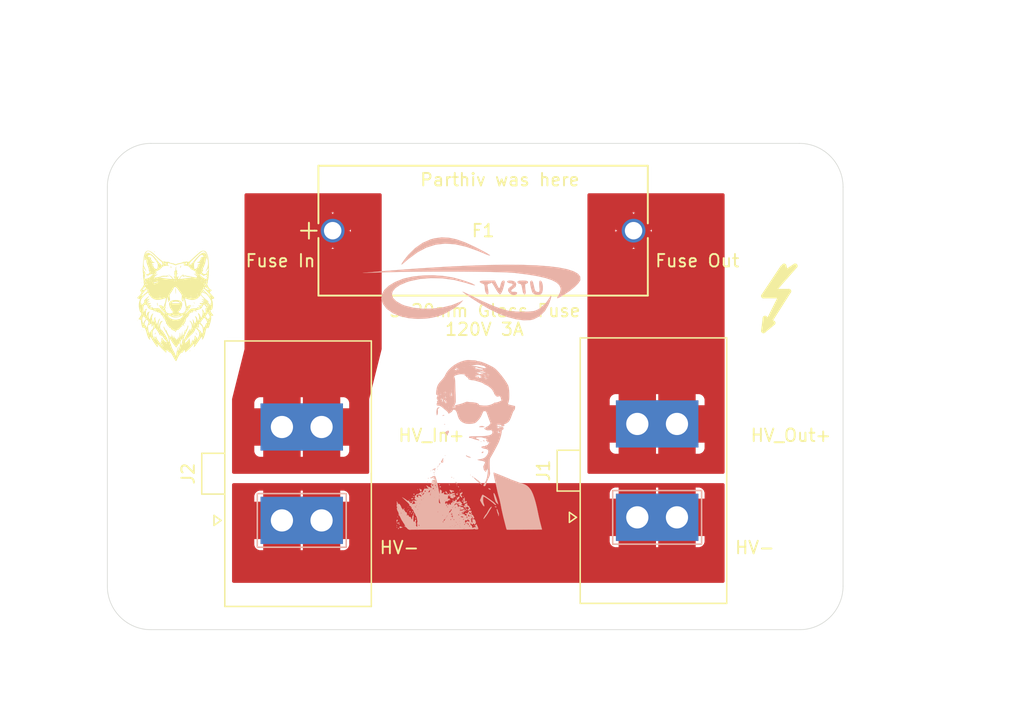
<source format=kicad_pcb>
(kicad_pcb (version 20221018) (generator pcbnew)
  (layers (0 "F.Cu" signal) (31 "B.Cu" signal) (34 "B.Paste" user) (35 "F.Paste" user) (36 "B.SilkS" user "B.Silkscreen") (37 "F.SilkS" user "F.Silkscreen") (38 "B.Mask" user) (39 "F.Mask" user) (44 "Edge.Cuts" user))
  (net 0 "")
  (net 1 "Net-(J2-Pin_2)")
  (net 2 "Net-(J1-Pin_2)")
  (net 3 "Net-(J1-Pin_1)")
  (footprint "UTSVT_Special:wolf front" (layer "F.Cu") (at 115 80)
    (fp_text reference "G***" hide)
    (fp_text value "LOGO" hide)
  )
  (footprint "UTSVT_Special:Symbol_HighVoltage_Small" (layer "F.Cu") (at 162.5 80)
    (fp_text reference "REF**" hide)
    (fp_text value "Symbol_HighVoltage_Small" hide)
  )
  (footprint "MountingHole:MountingHole_3mm" (layer "F.Cu") (at 165 70.5)
    (fp_text reference "REF**" hide)
    (fp_text value "MountingHole_3mm" hide)
    (pad "" np_thru_hole circle (at 0 0) (size 3 3) (drill 3) (layers "F&B.Cu" "*.Mask"))
  )
  (footprint "MountingHole:MountingHole_3mm" (layer "F.Cu") (at 113 102.5)
    (fp_text reference "REF**" hide)
    (fp_text value "MountingHole_3mm" hide)
    (pad "" np_thru_hole circle (at 0 0) (size 3 3) (drill 3) (layers "*.Cu" "*.Mask"))
  )
  (footprint "Connector_Molex:Molex_Sabre_43160-0102_1x02_P7.49mm_Vertical" (layer "F.Cu") (at 126.68 97.235 90)
    (fp_text reference "J2" (at 3.75 -10.7 90) (layer "F.SilkS"))
    (fp_text value "Conn_01x02_Socket")
    (pad "1" thru_hole rect (at 0 -3.18 90) (size 3.78 3.43) (drill 1.78) (layers "*.Cu" "*.Mask") (net 3 "Net-(J1-Pin_1)"))
    (pad "1" thru_hole rect (at 0 0 90) (size 3.78 3.43) (drill 1.78) (layers "*.Cu" "*.Mask") (net 3 "Net-(J1-Pin_1)"))
    (pad "2" thru_hole rect (at 7.49 -3.18 90) (size 3.78 3.43) (drill 1.78) (layers "*.Cu" "*.Mask") (net 1 "Net-(J2-Pin_2)"))
    (pad "2" thru_hole rect (at 7.49 0 90) (size 3.78 3.43) (drill 1.78) (layers "*.Cu" "*.Mask") (net 1 "Net-(J2-Pin_2)"))
  )
  (footprint "MountingHole:MountingHole_3mm" (layer "F.Cu") (at 113 70.5)
    (fp_text reference "REF**" hide)
    (fp_text value "MountingHole_3mm" hide)
    (pad "" np_thru_hole circle (at 0 0) (size 3 3) (drill 3) (layers "F&B.Cu" "*.Mask"))
  )
  (footprint "UTSVT_Passive:FUSE_05200101Z_LTF" (layer "F.Cu") (at 127.57 74)
    (fp_text reference "F1" (at 12.065 0 unlocked) (layer "F.SilkS"))
    (fp_text value "Fuse")
    (pad "1" thru_hole circle (at 0 0) (size 1.905 1.905) (drill 1.397) (layers "*.Cu" "*.Mask") (net 1 "Net-(J2-Pin_2)"))
    (pad "2" thru_hole circle (at 24.13 0) (size 1.905 1.905) (drill 1.397) (layers "*.Cu" "*.Mask") (net 2 "Net-(J1-Pin_2)"))
  )
  (footprint "Connector_Molex:Molex_Sabre_43160-0102_1x02_P7.49mm_Vertical" (layer "F.Cu") (at 155.18 96.99 90)
    (fp_text reference "J1" (at 3.75 -10.7 90) (layer "F.SilkS"))
    (fp_text value "Conn_01x02_Socket")
    (pad "1" thru_hole rect (at 0 -3.18 90) (size 3.78 3.43) (drill 1.78) (layers "*.Cu" "*.Mask") (net 3 "Net-(J1-Pin_1)"))
    (pad "1" thru_hole rect (at 0 0 90) (size 3.78 3.43) (drill 1.78) (layers "*.Cu" "*.Mask") (net 3 "Net-(J1-Pin_1)"))
    (pad "2" thru_hole rect (at 7.49 -3.18 90) (size 3.78 3.43) (drill 1.78) (layers "*.Cu" "*.Mask") (net 2 "Net-(J1-Pin_2)"))
    (pad "2" thru_hole rect (at 7.49 0 90) (size 3.78 3.43) (drill 1.78) (layers "*.Cu" "*.Mask") (net 2 "Net-(J1-Pin_2)"))
  )
  (footprint "MountingHole:MountingHole_3mm" (layer "F.Cu") (at 165 102.5)
    (fp_text reference "REF**" hide)
    (fp_text value "MountingHole_3mm" hide)
    (pad "" np_thru_hole circle (at 0 0) (size 3 3) (drill 3) (layers "F&B.Cu" "*.Mask"))
  )
  (footprint "UTSVT_Special:Hallock_Image_Tiny" (layer "B.Cu") (at 139 91 180)
    (fp_text reference "G***" hide)
    (fp_text value "LOGO" hide)
  )
  (footprint "UTSVT_Special:UTSVT_Logo_Symbol" (layer "B.Cu") (at 139 78 180)
    (fp_text reference "G***" hide)
    (fp_text value "LOGO" hide)
  )
  (gr_arc (start 168.5 102.5) (mid 167.474874 104.974874) (end 165 106) (stroke (width 0.05)) (layer "Edge.Cuts"))
  (gr_arc (start 165 67) (mid 167.474874 68.025126) (end 168.5 70.5) (stroke (width 0.05)) (layer "Edge.Cuts"))
  (gr_arc (start 109.5 70.5) (mid 110.525126 68.025126) (end 113 67) (stroke (width 0.05)) (layer "Edge.Cuts"))
  (gr_arc (start 113 106) (mid 110.525126 104.974874) (end 109.5 102.5) (stroke (width 0.05)) (layer "Edge.Cuts"))
  (gr_line (start 109.5 70.5) (end 109.5 102.5) (stroke (width 0.05)) (layer "Edge.Cuts"))
  (gr_line (start 113 106) (end 165 106) (stroke (width 0.05)) (layer "Edge.Cuts"))
  (gr_line (start 168.5 102.5) (end 168.5 70.5) (stroke (width 0.05)) (layer "Edge.Cuts"))
  (gr_line (start 165 67) (end 113 67) (stroke (width 0.05)) (layer "Edge.Cuts"))
  (gr_text "Fuse Out" (at 153.35 77) (layer "F.SilkS") (effects (font (size 1 1)) (justify left bottom)))
  (gr_text "Parthiv was here" (at 134.5 70.5) (layer "F.SilkS") (effects (font (size 1 1)) (justify left bottom)))
  (gr_text "HV-" (at 159.75 100) (layer "F.SilkS") (effects (font (size 1 1)) (justify left bottom)))
  (gr_text "5x20mm Glass Fuse" (at 132 81) (layer "F.SilkS") (effects (font (size 1 1)) (justify left bottom)))
  (gr_text "120V 3A" (at 136.5 82.5) (layer "F.SilkS") (effects (font (size 1 1)) (justify left bottom)))
  (gr_text "Fuse In" (at 120.5 77) (layer "F.SilkS") (effects (font (size 1 1)) (justify left bottom)))
  (gr_text "HV_In+" (at 132.75 91) (layer "F.SilkS") (effects (font (size 1 1)) (justify left bottom)))
  (gr_text "HV-" (at 131.25 100) (layer "F.SilkS") (effects (font (size 1 1)) (justify left bottom)))
  (gr_text "HV_Out+" (at 161 91) (layer "F.SilkS") (effects (font (size 1 1)) (justify left bottom)))
  (zone (net 3) (net_name "Net-(J1-Pin_1)") (layer "F.Cu") (priority 1) (connect_pads (clearance 0.5)) (min_thickness 0.25) (fill yes (thermal_gap 0.5) (thermal_bridge_width 3))
    (polygon (pts (xy 119.5 94.245) (xy 159 94.245) (xy 159 102.245) (xy 119.5 102.245)))
  )
  (zone (net 1) (net_name "Net-(J2-Pin_2)") (layer "F.Cu") (connect_pads (clearance 0.5)) (min_thickness 0.25) (fill yes (thermal_gap 0.5) (thermal_bridge_width 3))
    (polygon (pts (xy 120.5 71) (xy 120.5 83.5) (xy 119.5 87.5) (xy 119.5 93.5) (xy 130.5 93.5) (xy 130.5 87.5) (xy 131.5 83.5) (xy 131.5 71)))
  )
  (zone (net 2) (net_name "Net-(J1-Pin_2)") (layer "F.Cu") (connect_pads (clearance 0.5)) (min_thickness 0.25) (fill yes (thermal_gap 0.5) (thermal_bridge_width 3))
    (polygon (pts (xy 148 71) (xy 148 93.5) (xy 159 93.5) (xy 159 71)))
  )
)
</source>
